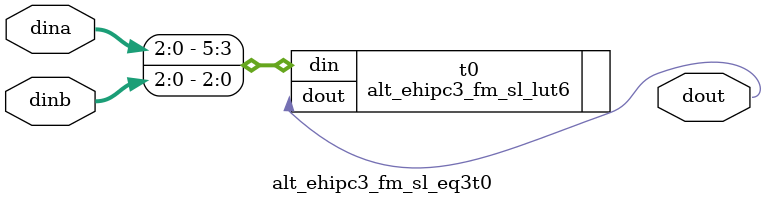
<source format=v>




`timescale 1ps/1ps


module alt_ehipc3_fm_sl_eq3t0 #(
    parameter SIM_EMULATE = 1'b0
) (
    input [2:0] dina,
    input [2:0] dinb,
    output dout
);

alt_ehipc3_fm_sl_lut6 t0 (.din({dina[2:0],dinb[2:0]}),.dout(dout));
defparam t0 .SIM_EMULATE = SIM_EMULATE;
defparam t0 .MASK = 64'h8040201008040201; // {a,b,c} == {d,e,f};

endmodule

</source>
